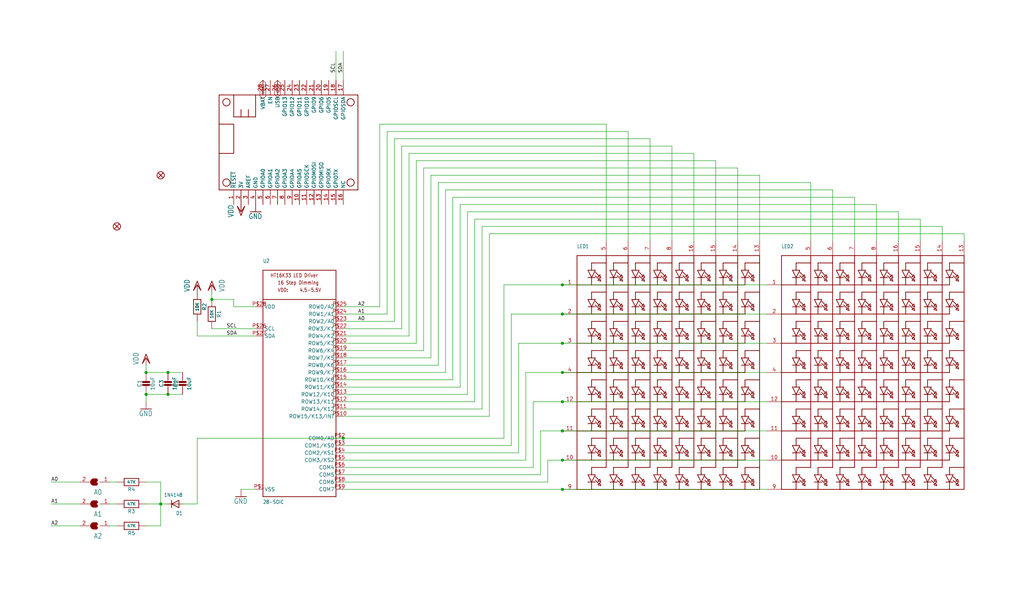
<source format=kicad_sch>
(kicad_sch (version 20230121) (generator eeschema)
  (paper "User" 356.133 210.007)
  (lib_symbols
    (symbol "working-eagle-import:CAP_CERAMIC0805-NOOUTLINE"
      (property "Reference" "C" (at -2.29 1.25 90))
      (symbol "CAP_CERAMIC0805-NOOUTLINE_1_0"
        (pin passive line (at 0 5.08 270) (length 2.54) (name "1") (number "1"))
        (pin passive line (at 0 -2.54 90) (length 2.54) (name "2") (number "2"))
      )
    )
    (symbol "working-eagle-import:DIODESOD-323F"
      (property "Reference" "D" (at -2.54 2.54 0))
      (symbol "DIODESOD-323F_1_0"
        (pin passive line (at -2.54 0 0) (length 2.54) (name "A") (number "A"))
        (pin passive line (at 2.54 0 180) (length 2.54) (name "C") (number "C"))
      )
    )
    (symbol "working-eagle-import:DISP_SEGMENT_8X8_ROWCATHODE"
      (property "Reference" "LED" (at -33.02 45.72 0))
      (symbol "DISP_SEGMENT_8X8_ROWCATHODE_1_0"
        (pin bidirectional line (at -38.1 33.02 0) (length 5.08) (name "K1") (number "1"))
        (pin bidirectional line (at -38.1 -27.94 0) (length 5.08) (name "K7") (number "10"))
        (pin bidirectional line (at -38.1 -17.78 0) (length 5.08) (name "K6") (number "11"))
        (pin bidirectional line (at -38.1 -7.62 0) (length 5.08) (name "K5") (number "12"))
        (pin bidirectional line (at 30.48 48.26 270) (length 5.08) (name "A8") (number "13"))
        (pin bidirectional line (at 22.86 48.26 270) (length 5.08) (name "A7") (number "14"))
        (pin bidirectional line (at 15.24 48.26 270) (length 5.08) (name "A6") (number "15"))
        (pin bidirectional line (at 7.62 48.26 270) (length 5.08) (name "A5") (number "16"))
        (pin bidirectional line (at -38.1 22.86 0) (length 5.08) (name "K2") (number "2"))
        (pin bidirectional line (at -38.1 12.7 0) (length 5.08) (name "K3") (number "3"))
        (pin bidirectional line (at -38.1 2.54 0) (length 5.08) (name "K4") (number "4"))
        (pin bidirectional line (at -22.86 48.26 270) (length 5.08) (name "A1") (number "5"))
        (pin bidirectional line (at -15.24 48.26 270) (length 5.08) (name "A2") (number "6"))
        (pin bidirectional line (at -7.62 48.26 270) (length 5.08) (name "A3") (number "7"))
        (pin bidirectional line (at 0 48.26 270) (length 5.08) (name "A4") (number "8"))
        (pin bidirectional line (at -38.1 -38.1 0) (length 5.08) (name "K8") (number "9"))
      )
    )
    (symbol "working-eagle-import:FEATHERWING"
      (symbol "FEATHERWING_1_0"
        (pin input line (at 5.08 -5.08 90) (length 5.08) (name "~{RESET}") (number "1"))
        (pin bidirectional line (at 27.94 -5.08 90) (length 5.08) (name "GPIOA5") (number "10"))
        (pin bidirectional line (at 30.48 -5.08 90) (length 5.08) (name "GPIOSCK") (number "11"))
        (pin bidirectional line (at 33.02 -5.08 90) (length 5.08) (name "GPIOMOSI") (number "12"))
        (pin bidirectional line (at 35.56 -5.08 90) (length 5.08) (name "GPIOMISO") (number "13"))
        (pin bidirectional line (at 38.1 -5.08 90) (length 5.08) (name "GPIORX") (number "14"))
        (pin bidirectional line (at 40.64 -5.08 90) (length 5.08) (name "GPIOTX") (number "15"))
        (pin passive line (at 43.18 -5.08 90) (length 5.08) (name "NC") (number "16"))
        (pin bidirectional line (at 43.18 38.1 270) (length 5.08) (name "GPIOSDA") (number "17"))
        (pin bidirectional line (at 40.64 38.1 270) (length 5.08) (name "GPIOSCL") (number "18"))
        (pin bidirectional line (at 38.1 38.1 270) (length 5.08) (name "GPIO5") (number "19"))
        (pin power_in line (at 7.62 -5.08 90) (length 5.08) (name "3V") (number "2"))
        (pin bidirectional line (at 35.56 38.1 270) (length 5.08) (name "GPIO6") (number "20"))
        (pin bidirectional line (at 33.02 38.1 270) (length 5.08) (name "GPIO9") (number "21"))
        (pin bidirectional line (at 30.48 38.1 270) (length 5.08) (name "GPIO10") (number "22"))
        (pin bidirectional line (at 27.94 38.1 270) (length 5.08) (name "GPIO11") (number "23"))
        (pin bidirectional line (at 25.4 38.1 270) (length 5.08) (name "GPIO12") (number "24"))
        (pin bidirectional line (at 22.86 38.1 270) (length 5.08) (name "GPIO13") (number "25"))
        (pin power_in line (at 20.32 38.1 270) (length 5.08) (name "USB") (number "26"))
        (pin passive line (at 17.78 38.1 270) (length 5.08) (name "EN") (number "27"))
        (pin power_in line (at 15.24 38.1 270) (length 5.08) (name "VBAT") (number "28"))
        (pin passive line (at 10.16 -5.08 90) (length 5.08) (name "AREF") (number "3"))
        (pin power_in line (at 12.7 -5.08 90) (length 5.08) (name "GND") (number "4"))
        (pin bidirectional line (at 15.24 -5.08 90) (length 5.08) (name "GPIOA0") (number "5"))
        (pin bidirectional line (at 17.78 -5.08 90) (length 5.08) (name "GPIOA1") (number "6"))
        (pin bidirectional line (at 20.32 -5.08 90) (length 5.08) (name "GPIOA2") (number "7"))
        (pin bidirectional line (at 22.86 -5.08 90) (length 5.08) (name "GPIOA3") (number "8"))
        (pin bidirectional line (at 25.4 -5.08 90) (length 5.08) (name "GPIOA4") (number "9"))
      )
    )
    (symbol "working-eagle-import:FIDUCIAL{dblquote}{dblquote}")
    (symbol "working-eagle-import:GND" (power)
      (property "Value" "GND" (at -2.54 -2.54 0))
      (symbol "GND_1_0"
        (pin power_in line (at 0 2.54 270) (length 2.54) (name "GND") (number "1"))
      )
    )
    (symbol "working-eagle-import:HT16K33_SOP28_SKINNY"
      (property "Reference" "U" (at -12.7 40.64 0))
      (symbol "HT16K33_SOP28_SKINNY_1_0"
        (text "16 Step Dimming" (at -7.62 33.02 0) (effects (font (size 1.27 1.0795)) (justify left bottom)))
        (text "4.5-5.5V" (at 0 30.48 0) (effects (font (size 1.27 1.0795)) (justify left bottom)))
        (text "HT16K33 LED Driver" (at -10.16 35.56 0) (effects (font (size 1.27 1.0795)) (justify left bottom)))
        (text "VDD:" (at -7.62 30.48 0) (effects (font (size 1.27 1.0795)) (justify left bottom)))
        (pin bidirectional line (at -15.24 -38.1 0) (length 2.54) (name "VSS") (number "P$1"))
        (pin bidirectional line (at 15.24 -12.7 180) (length 2.54) (name "ROW15/K13/INT") (number "P$10"))
        (pin bidirectional line (at 15.24 -10.16 180) (length 2.54) (name "ROW14/K12") (number "P$11"))
        (pin bidirectional line (at 15.24 -7.62 180) (length 2.54) (name "ROW13/K11") (number "P$12"))
        (pin bidirectional line (at 15.24 -5.08 180) (length 2.54) (name "ROW12/K10") (number "P$13"))
        (pin bidirectional line (at 15.24 -2.54 180) (length 2.54) (name "ROW11/K9") (number "P$14"))
        (pin bidirectional line (at 15.24 0 180) (length 2.54) (name "ROW10/K8") (number "P$15"))
        (pin bidirectional line (at 15.24 2.54 180) (length 2.54) (name "ROW9/K7") (number "P$16"))
        (pin bidirectional line (at 15.24 5.08 180) (length 2.54) (name "ROW8/K6") (number "P$17"))
        (pin bidirectional line (at 15.24 7.62 180) (length 2.54) (name "ROW7/K5") (number "P$18"))
        (pin bidirectional line (at 15.24 10.16 180) (length 2.54) (name "ROW6/K4") (number "P$19"))
        (pin bidirectional line (at 15.24 -20.32 180) (length 2.54) (name "COM0/AD") (number "P$2"))
        (pin bidirectional line (at 15.24 12.7 180) (length 2.54) (name "ROW5/K3") (number "P$20"))
        (pin bidirectional line (at 15.24 15.24 180) (length 2.54) (name "ROW4/K2") (number "P$21"))
        (pin bidirectional line (at 15.24 17.78 180) (length 2.54) (name "ROW3/K1") (number "P$22"))
        (pin bidirectional line (at 15.24 20.32 180) (length 2.54) (name "ROW2/A0") (number "P$23"))
        (pin bidirectional line (at 15.24 22.86 180) (length 2.54) (name "ROW1/A1") (number "P$24"))
        (pin bidirectional line (at 15.24 25.4 180) (length 2.54) (name "ROW0/A2") (number "P$25"))
        (pin bidirectional line (at -15.24 17.78 0) (length 2.54) (name "SCL") (number "P$26"))
        (pin bidirectional line (at -15.24 15.24 0) (length 2.54) (name "SDA") (number "P$27"))
        (pin bidirectional line (at -15.24 25.4 0) (length 2.54) (name "VDD") (number "P$28"))
        (pin bidirectional line (at 15.24 -22.86 180) (length 2.54) (name "COM1/KS0") (number "P$3"))
        (pin bidirectional line (at 15.24 -25.4 180) (length 2.54) (name "COM2/KS1") (number "P$4"))
        (pin bidirectional line (at 15.24 -27.94 180) (length 2.54) (name "COM3/KS2") (number "P$5"))
        (pin bidirectional line (at 15.24 -30.48 180) (length 2.54) (name "COM4") (number "P$6"))
        (pin bidirectional line (at 15.24 -33.02 180) (length 2.54) (name "COM5") (number "P$7"))
        (pin bidirectional line (at 15.24 -35.56 180) (length 2.54) (name "COM6") (number "P$8"))
        (pin bidirectional line (at 15.24 -38.1 180) (length 2.54) (name "COM7") (number "P$9"))
      )
    )
    (symbol "working-eagle-import:RESISTOR0805_NOOUTLINE"
      (property "Reference" "R" (at 0 2.54 0))
      (symbol "RESISTOR0805_NOOUTLINE_1_0"
        (pin passive line (at -5.08 0 0) (length 2.54) (name "1") (number "1"))
        (pin passive line (at 5.08 0 180) (length 2.54) (name "2") (number "2"))
      )
    )
    (symbol "working-eagle-import:SOLDERJUMPERREFLOW_NOPASTE"
      (property "Reference" "SJ" (at -2.54 2.54 0))
      (symbol "SOLDERJUMPERREFLOW_NOPASTE_1_0"
        (pin passive line (at -5.08 0 0) (length 2.54) (name "1") (number "1"))
        (pin passive line (at 5.08 0 180) (length 2.54) (name "2") (number "2"))
      )
    )
    (symbol "working-eagle-import:VDD" (power)
      (property "Value" "VDD" (at -2.54 -2.54 90))
      (symbol "VDD_1_0"
        (pin power_in line (at 0 -2.54 90) (length 2.54) (name "VDD") (number "1"))
      )
    )
  )
  (junction (at 58.42 137.16))
  (junction (at 50.8 137.16))
  (junction (at 195.58 139.7))
  (junction (at 195.58 149.86))
  (junction (at 50.8 129.54))
  (junction (at 195.58 109.22))
  (junction (at 195.58 119.38))
  (junction (at 55.88 175.26))
  (junction (at 195.58 129.54))
  (junction (at 195.58 160.02))
  (junction (at 73.66 104.14))
  (junction (at 119.38 152.4))
  (junction (at 58.42 129.54))
  (junction (at 195.58 99.06))
  (junction (at 195.58 170.18))
  (wire (pts (xy 142.24 116.84) (xy 142.24 53.34)) (stroke (width 0.1524)))
  (wire (pts (xy 195.58 129.54) (xy 266.7 129.54)) (stroke (width 0.1524)))
  (wire (pts (xy 88.9 106.68) (xy 81.28 106.68)) (stroke (width 0.1524)))
  (wire (pts (xy 119.38 132.08) (xy 157.48 132.08)) (stroke (width 0.1524)))
  (wire (pts (xy 175.26 99.06) (xy 175.26 152.4)) (stroke (width 0.1524)))
  (wire (pts (xy 185.42 139.7) (xy 185.42 162.56)) (stroke (width 0.1524)))
  (wire (pts (xy 304.8 71.12) (xy 304.8 83.82)) (stroke (width 0.1524)))
  (wire (pts (xy 187.96 165.1) (xy 119.38 165.1)) (stroke (width 0.1524)))
  (wire (pts (xy 132.08 43.18) (xy 210.82 43.18)) (stroke (width 0.1524)))
  (wire (pts (xy 256.54 58.42) (xy 147.32 58.42)) (stroke (width 0.1524)))
  (wire (pts (xy 170.18 144.78) (xy 170.18 81.28)) (stroke (width 0.1524)))
  (wire (pts (xy 119.38 121.92) (xy 147.32 121.92)) (stroke (width 0.1524)))
  (wire (pts (xy 88.9 114.3) (xy 73.66 114.3)) (stroke (width 0.1524)))
  (wire (pts (xy 119.38 27.94) (xy 119.38 17.78)) (stroke (width 0.1524)))
  (wire (pts (xy 119.38 114.3) (xy 139.7 114.3)) (stroke (width 0.1524)))
  (wire (pts (xy 167.64 78.74) (xy 327.66 78.74)) (stroke (width 0.1524)))
  (wire (pts (xy 248.92 55.88) (xy 248.92 83.82)) (stroke (width 0.1524)))
  (wire (pts (xy 83.82 170.18) (xy 88.9 170.18)) (stroke (width 0.1524)))
  (wire (pts (xy 154.94 129.54) (xy 154.94 66.04)) (stroke (width 0.1524)))
  (wire (pts (xy 289.56 66.04) (xy 289.56 83.82)) (stroke (width 0.1524)))
  (wire (pts (xy 167.64 142.24) (xy 167.64 78.74)) (stroke (width 0.1524)))
  (wire (pts (xy 226.06 48.26) (xy 137.16 48.26)) (stroke (width 0.1524)))
  (wire (pts (xy 119.38 116.84) (xy 142.24 116.84)) (stroke (width 0.1524)))
  (wire (pts (xy 134.62 109.22) (xy 134.62 45.72)) (stroke (width 0.1524)))
  (wire (pts (xy 137.16 111.76) (xy 137.16 48.26)) (stroke (width 0.1524)))
  (wire (pts (xy 119.38 144.78) (xy 170.18 144.78)) (stroke (width 0.1524)))
  (wire (pts (xy 335.28 81.28) (xy 170.18 81.28)) (stroke (width 0.1524)))
  (wire (pts (xy 154.94 66.04) (xy 289.56 66.04)) (stroke (width 0.1524)))
  (wire (pts (xy 195.58 129.54) (xy 182.88 129.54)) (stroke (width 0.1524)))
  (wire (pts (xy 149.86 60.96) (xy 264.16 60.96)) (stroke (width 0.1524)))
  (wire (pts (xy 119.38 160.02) (xy 182.88 160.02)) (stroke (width 0.1524)))
  (wire (pts (xy 241.3 83.82) (xy 241.3 53.34)) (stroke (width 0.1524)))
  (wire (pts (xy 195.58 109.22) (xy 266.7 109.22)) (stroke (width 0.1524)))
  (wire (pts (xy 119.38 109.22) (xy 134.62 109.22)) (stroke (width 0.1524)))
  (wire (pts (xy 177.8 109.22) (xy 177.8 154.94)) (stroke (width 0.1524)))
  (wire (pts (xy 68.58 175.26) (xy 63.5 175.26)) (stroke (width 0.1524)))
  (wire (pts (xy 162.56 137.16) (xy 162.56 73.66)) (stroke (width 0.1524)))
  (wire (pts (xy 218.44 45.72) (xy 218.44 83.82)) (stroke (width 0.1524)))
  (wire (pts (xy 195.58 160.02) (xy 190.5 160.02)) (stroke (width 0.1524)))
  (wire (pts (xy 50.8 127) (xy 50.8 129.54)) (stroke (width 0.1524)))
  (wire (pts (xy 58.42 137.16) (xy 50.8 137.16)) (stroke (width 0.1524)))
  (wire (pts (xy 119.38 134.62) (xy 160.02 134.62)) (stroke (width 0.1524)))
  (wire (pts (xy 195.58 160.02) (xy 266.7 160.02)) (stroke (width 0.1524)))
  (wire (pts (xy 119.38 157.48) (xy 180.34 157.48)) (stroke (width 0.1524)))
  (wire (pts (xy 195.58 99.06) (xy 266.7 99.06)) (stroke (width 0.1524)))
  (wire (pts (xy 38.1 182.88) (xy 40.64 182.88)) (stroke (width 0.1524)))
  (wire (pts (xy 81.28 104.14) (xy 73.66 104.14)) (stroke (width 0.1524)))
  (wire (pts (xy 119.38 137.16) (xy 162.56 137.16)) (stroke (width 0.1524)))
  (wire (pts (xy 180.34 119.38) (xy 180.34 157.48)) (stroke (width 0.1524)))
  (wire (pts (xy 63.5 137.16) (xy 58.42 137.16)) (stroke (width 0.1524)))
  (wire (pts (xy 119.38 124.46) (xy 149.86 124.46)) (stroke (width 0.1524)))
  (wire (pts (xy 157.48 132.08) (xy 157.48 68.58)) (stroke (width 0.1524)))
  (wire (pts (xy 160.02 134.62) (xy 160.02 71.12)) (stroke (width 0.1524)))
  (wire (pts (xy 185.42 162.56) (xy 119.38 162.56)) (stroke (width 0.1524)))
  (wire (pts (xy 88.9 116.84) (xy 68.58 116.84)) (stroke (width 0.1524)))
  (wire (pts (xy 195.58 119.38) (xy 180.34 119.38)) (stroke (width 0.1524)))
  (wire (pts (xy 139.7 50.8) (xy 233.68 50.8)) (stroke (width 0.1524)))
  (wire (pts (xy 68.58 152.4) (xy 68.58 175.26)) (stroke (width 0.1524)))
  (wire (pts (xy 55.88 167.64) (xy 50.8 167.64)) (stroke (width 0.1524)))
  (wire (pts (xy 119.38 152.4) (xy 175.26 152.4)) (stroke (width 0.1524)))
  (wire (pts (xy 119.38 152.4) (xy 68.58 152.4)) (stroke (width 0.1524)))
  (wire (pts (xy 27.94 167.64) (xy 17.78 167.64)) (stroke (width 0.1524)))
  (wire (pts (xy 312.42 73.66) (xy 162.56 73.66)) (stroke (width 0.1524)))
  (wire (pts (xy 187.96 149.86) (xy 187.96 165.1)) (stroke (width 0.1524)))
  (wire (pts (xy 165.1 139.7) (xy 165.1 76.2)) (stroke (width 0.1524)))
  (wire (pts (xy 119.38 129.54) (xy 154.94 129.54)) (stroke (width 0.1524)))
  (wire (pts (xy 55.88 182.88) (xy 55.88 175.26)) (stroke (width 0.1524)))
  (wire (pts (xy 190.5 160.02) (xy 190.5 167.64)) (stroke (width 0.1524)))
  (wire (pts (xy 55.88 175.26) (xy 58.42 175.26)) (stroke (width 0.1524)))
  (wire (pts (xy 195.58 139.7) (xy 185.42 139.7)) (stroke (width 0.1524)))
  (wire (pts (xy 226.06 83.82) (xy 226.06 48.26)) (stroke (width 0.1524)))
  (wire (pts (xy 281.94 83.82) (xy 281.94 63.5)) (stroke (width 0.1524)))
  (wire (pts (xy 116.84 17.78) (xy 116.84 27.94)) (stroke (width 0.1524)))
  (wire (pts (xy 149.86 124.46) (xy 149.86 60.96)) (stroke (width 0.1524)))
  (wire (pts (xy 177.8 154.94) (xy 119.38 154.94)) (stroke (width 0.1524)))
  (wire (pts (xy 40.64 175.26) (xy 38.1 175.26)) (stroke (width 0.1524)))
  (wire (pts (xy 241.3 53.34) (xy 142.24 53.34)) (stroke (width 0.1524)))
  (wire (pts (xy 17.78 175.26) (xy 27.94 175.26)) (stroke (width 0.1524)))
  (wire (pts (xy 119.38 142.24) (xy 167.64 142.24)) (stroke (width 0.1524)))
  (wire (pts (xy 50.8 139.7) (xy 50.8 137.16)) (stroke (width 0.1524)))
  (wire (pts (xy 119.38 127) (xy 152.4 127)) (stroke (width 0.1524)))
  (wire (pts (xy 55.88 175.26) (xy 55.88 167.64)) (stroke (width 0.1524)))
  (wire (pts (xy 50.8 175.26) (xy 55.88 175.26)) (stroke (width 0.1524)))
  (wire (pts (xy 160.02 71.12) (xy 304.8 71.12)) (stroke (width 0.1524)))
  (wire (pts (xy 119.38 170.18) (xy 195.58 170.18)) (stroke (width 0.1524)))
  (wire (pts (xy 144.78 55.88) (xy 248.92 55.88)) (stroke (width 0.1524)))
  (wire (pts (xy 195.58 149.86) (xy 187.96 149.86)) (stroke (width 0.1524)))
  (wire (pts (xy 119.38 119.38) (xy 144.78 119.38)) (stroke (width 0.1524)))
  (wire (pts (xy 195.58 149.86) (xy 266.7 149.86)) (stroke (width 0.1524)))
  (wire (pts (xy 119.38 139.7) (xy 165.1 139.7)) (stroke (width 0.1524)))
  (wire (pts (xy 312.42 83.82) (xy 312.42 73.66)) (stroke (width 0.1524)))
  (wire (pts (xy 233.68 50.8) (xy 233.68 83.82)) (stroke (width 0.1524)))
  (wire (pts (xy 182.88 129.54) (xy 182.88 160.02)) (stroke (width 0.1524)))
  (wire (pts (xy 27.94 182.88) (xy 17.78 182.88)) (stroke (width 0.1524)))
  (wire (pts (xy 165.1 76.2) (xy 320.04 76.2)) (stroke (width 0.1524)))
  (wire (pts (xy 68.58 116.84) (xy 68.58 111.76)) (stroke (width 0.1524)))
  (wire (pts (xy 73.66 101.6) (xy 73.66 104.14)) (stroke (width 0.1524)))
  (wire (pts (xy 297.18 68.58) (xy 157.48 68.58)) (stroke (width 0.1524)))
  (wire (pts (xy 297.18 83.82) (xy 297.18 68.58)) (stroke (width 0.1524)))
  (wire (pts (xy 256.54 83.82) (xy 256.54 58.42)) (stroke (width 0.1524)))
  (wire (pts (xy 50.8 129.54) (xy 58.42 129.54)) (stroke (width 0.1524)))
  (wire (pts (xy 195.58 170.18) (xy 266.7 170.18)) (stroke (width 0.1524)))
  (wire (pts (xy 327.66 83.82) (xy 327.66 78.74)) (stroke (width 0.1524)))
  (wire (pts (xy 58.42 129.54) (xy 63.5 129.54)) (stroke (width 0.1524)))
  (wire (pts (xy 195.58 99.06) (xy 175.26 99.06)) (stroke (width 0.1524)))
  (wire (pts (xy 190.5 167.64) (xy 119.38 167.64)) (stroke (width 0.1524)))
  (wire (pts (xy 264.16 60.96) (xy 264.16 83.82)) (stroke (width 0.1524)))
  (wire (pts (xy 335.28 83.82) (xy 335.28 81.28)) (stroke (width 0.1524)))
  (wire (pts (xy 195.58 109.22) (xy 177.8 109.22)) (stroke (width 0.1524)))
  (wire (pts (xy 119.38 111.76) (xy 137.16 111.76)) (stroke (width 0.1524)))
  (wire (pts (xy 144.78 119.38) (xy 144.78 55.88)) (stroke (width 0.1524)))
  (wire (pts (xy 81.28 106.68) (xy 81.28 104.14)) (stroke (width 0.1524)))
  (wire (pts (xy 195.58 139.7) (xy 266.7 139.7)) (stroke (width 0.1524)))
  (wire (pts (xy 50.8 182.88) (xy 55.88 182.88)) (stroke (width 0.1524)))
  (wire (pts (xy 139.7 114.3) (xy 139.7 50.8)) (stroke (width 0.1524)))
  (wire (pts (xy 134.62 45.72) (xy 218.44 45.72)) (stroke (width 0.1524)))
  (wire (pts (xy 195.58 119.38) (xy 266.7 119.38)) (stroke (width 0.1524)))
  (wire (pts (xy 40.64 167.64) (xy 38.1 167.64)) (stroke (width 0.1524)))
  (wire (pts (xy 152.4 127) (xy 152.4 63.5)) (stroke (width 0.1524)))
  (wire (pts (xy 320.04 76.2) (xy 320.04 83.82)) (stroke (width 0.1524)))
  (wire (pts (xy 119.38 106.68) (xy 132.08 106.68)) (stroke (width 0.1524)))
  (wire (pts (xy 147.32 121.92) (xy 147.32 58.42)) (stroke (width 0.1524)))
  (wire (pts (xy 132.08 106.68) (xy 132.08 43.18)) (stroke (width 0.1524)))
  (wire (pts (xy 281.94 63.5) (xy 152.4 63.5)) (stroke (width 0.1524)))
  (wire (pts (xy 210.82 43.18) (xy 210.82 83.82)) (stroke (width 0.1524)))
  (label "SDA" (at 78.74 116.84 0) (effects (font (size 1.2446 1.2446))))
  (label "SCL" (at 116.84 25.4 90) (effects (font (size 1.2446 1.2446))))
  (label "A1" (at 17.78 175.26 0) (effects (font (size 1.2446 1.2446))))
  (label "A1" (at 124.46 109.22 0) (effects (font (size 1.2446 1.2446))))
  (label "SCL" (at 78.74 114.3 0) (effects (font (size 1.2446 1.2446))))
  (label "A0" (at 17.78 167.64 0) (effects (font (size 1.2446 1.2446))))
  (label "SDA" (at 119.38 25.4 90) (effects (font (size 1.2446 1.2446))))
  (label "A2" (at 124.46 106.68 0) (effects (font (size 1.2446 1.2446))))
  (label "A0" (at 124.46 111.76 0) (effects (font (size 1.2446 1.2446))))
  (label "A2" (at 17.78 182.88 0) (effects (font (size 1.2446 1.2446))))
  (global_label "USB" (shape bidirectional) (at 96.52 27.94 270) (effects (font (size 1.016 1.016))) (property "Intersheetrefs" "${INTERSHEET_REFS}" (effects hide)))
  (global_label "VBAT" (shape bidirectional) (at 91.44 27.94 270) (effects (font (size 1.016 1.016))) (property "Intersheetrefs" "${INTERSHEET_REFS}" (effects hide)))
  (symbol (lib_id "working-eagle-import:FIDUCIAL{dblquote}{dblquote}") (at 40.64 78.74 0) (unit 1)
    (property "Reference" "FID2" (effects hide))
    (property "Value" "FIDUCIAL{dblquote}{dblquote}" (effects hide))
    (property "Footprint" "working:FIDUCIAL_1MM" (effects hide))
  )
  (symbol (lib_id "working-eagle-import:RESISTOR0805_NOOUTLINE") (at 45.72 182.88 180) (unit 1)
    (property "Reference" "R5" (at 45.72 185.42 0))
    (property "Value" "47K" (at 45.72 182.88 0) (effects (font (size 1.016 1.016) bold)))
    (property "Footprint" "working:0805-NO" (effects hide))
  )
  (symbol (lib_id "working-eagle-import:DIODESOD-323F") (at 60.96 175.26 180) (unit 1)
    (property "Reference" "D1" (at 63.5 177.8 0) (effects (font (size 1.27 1.0795)) (justify left bottom)))
    (property "Value" "1N4148" (at 63.5 171.45 0) (effects (font (size 1.27 1.0795)) (justify left bottom)))
    (property "Footprint" "working:SOD-323F" (effects hide))
  )
  (symbol (lib_id "working-eagle-import:SOLDERJUMPERREFLOW_NOPASTE") (at 33.02 175.26 180) (unit 1)
    (property "Reference" "A1" (at 35.56 177.8 0) (effects (font (size 1.778 1.5113)) (justify left bottom)))
    (property "Value" "SOLDERJUMPERREFLOW_NOPASTE" (effects hide))
    (property "Footprint" "working:SOLDERJUMPER_REFLOW_NOPASTE" (effects hide))
  )
  (symbol (lib_id "working-eagle-import:FEATHERWING") (at 76.2 66.04 0) (unit 1)
    (property "Reference" "MS1" (effects hide))
    (property "Value" "FEATHERWING" (effects hide))
    (property "Footprint" "working:FEATHERWING" (effects hide))
  )
  (symbol (lib_id "working-eagle-import:VDD") (at 83.82 73.66 0) (mirror x) (unit 1)
    (property "Reference" "#VDD3" (effects hide))
    (property "Value" "VDD" (at 81.28 71.12 90) (effects (font (size 1.778 1.5113)) (justify left bottom)))
  )
  (symbol (lib_id "working-eagle-import:DISP_SEGMENT_8X8_ROWCATHODE") (at 233.68 132.08 0) (unit 1)
    (property "Reference" "LED1" (at 200.66 86.36 0) (effects (font (size 1.27 1.0795)) (justify left bottom)))
    (property "Value" "DISP_SEGMENT_8X8_ROWCATHODE" (effects hide))
    (property "Footprint" "working:SEGMENT_BL-M07C881UR" (effects hide))
  )
  (symbol (lib_id "working-eagle-import:CAP_CERAMIC0805-NOOUTLINE") (at 58.42 134.62 0) (unit 1)
    (property "Reference" "C3" (at 56.13 133.37 90))
    (property "Value" "10uF" (at 60.72 133.37 90))
    (property "Footprint" "working:0805-NO" (effects hide))
  )
  (symbol (lib_id "working-eagle-import:CAP_CERAMIC0805-NOOUTLINE") (at 63.5 134.62 0) (unit 1)
    (property "Reference" "C2" (at 61.21 133.37 90))
    (property "Value" "10uF" (at 65.8 133.37 90))
    (property "Footprint" "working:0805-NO" (effects hide))
  )
  (symbol (lib_id "working-eagle-import:VDD") (at 50.8 124.46 0) (unit 1)
    (property "Reference" "#VDD5" (effects hide))
    (property "Value" "VDD" (at 48.26 127 90) (effects (font (size 1.778 1.5113)) (justify left bottom)))
  )
  (symbol (lib_id "working-eagle-import:RESISTOR0805_NOOUTLINE") (at 45.72 167.64 180) (unit 1)
    (property "Reference" "R4" (at 45.72 170.18 0))
    (property "Value" "47K" (at 45.72 167.64 0) (effects (font (size 1.016 1.016) bold)))
    (property "Footprint" "working:0805-NO" (effects hide))
  )
  (symbol (lib_id "working-eagle-import:GND") (at 83.82 172.72 0) (unit 1)
    (property "Reference" "#GND1" (effects hide))
    (property "Value" "GND" (at 81.28 175.26 0) (effects (font (size 1.778 1.5113)) (justify left bottom)))
  )
  (symbol (lib_id "working-eagle-import:CAP_CERAMIC0805-NOOUTLINE") (at 50.8 134.62 0) (unit 1)
    (property "Reference" "C1" (at 48.51 133.37 90))
    (property "Value" "10uF" (at 53.1 133.37 90))
    (property "Footprint" "working:0805-NO" (effects hide))
  )
  (symbol (lib_id "working-eagle-import:VDD") (at 68.58 99.06 0) (unit 1)
    (property "Reference" "#VDD1" (effects hide))
    (property "Value" "VDD" (at 66.04 101.6 90) (effects (font (size 1.778 1.5113)) (justify left bottom)))
  )
  (symbol (lib_id "working-eagle-import:VDD") (at 73.66 99.06 0) (mirror y) (unit 1)
    (property "Reference" "#VDD2" (effects hide))
    (property "Value" "VDD" (at 76.2 101.6 90) (effects (font (size 1.778 1.5113)) (justify left bottom)))
  )
  (symbol (lib_id "working-eagle-import:FIDUCIAL{dblquote}{dblquote}") (at 55.88 60.96 0) (unit 1)
    (property "Reference" "FID1" (effects hide))
    (property "Value" "FIDUCIAL{dblquote}{dblquote}" (effects hide))
    (property "Footprint" "working:FIDUCIAL_1MM" (effects hide))
  )
  (symbol (lib_id "working-eagle-import:GND") (at 88.9 73.66 0) (unit 1)
    (property "Reference" "#GND2" (effects hide))
    (property "Value" "GND" (at 86.36 76.2 0) (effects (font (size 1.778 1.5113)) (justify left bottom)))
  )
  (symbol (lib_id "working-eagle-import:HT16K33_SOP28_SKINNY") (at 104.14 132.08 0) (unit 1)
    (property "Reference" "U2" (at 91.44 91.44 0) (effects (font (size 1.27 1.0795)) (justify left bottom)))
    (property "Value" "28-SOIC" (at 91.44 175.26 0) (effects (font (size 1.27 1.0795)) (justify left bottom)))
    (property "Footprint" "working:SOP28_300MIL_SKINNY" (effects hide))
  )
  (symbol (lib_id "working-eagle-import:GND") (at 50.8 142.24 0) (unit 1)
    (property "Reference" "#GND3" (effects hide))
    (property "Value" "GND" (at 48.26 144.78 0) (effects (font (size 1.778 1.5113)) (justify left bottom)))
  )
  (symbol (lib_id "working-eagle-import:SOLDERJUMPERREFLOW_NOPASTE") (at 33.02 182.88 180) (unit 1)
    (property "Reference" "A2" (at 35.56 185.42 0) (effects (font (size 1.778 1.5113)) (justify left bottom)))
    (property "Value" "SOLDERJUMPERREFLOW_NOPASTE" (effects hide))
    (property "Footprint" "working:SOLDERJUMPER_REFLOW_NOPASTE" (effects hide))
  )
  (symbol (lib_id "working-eagle-import:SOLDERJUMPERREFLOW_NOPASTE") (at 33.02 167.64 180) (unit 1)
    (property "Reference" "A0" (at 35.56 170.18 0) (effects (font (size 1.778 1.5113)) (justify left bottom)))
    (property "Value" "SOLDERJUMPERREFLOW_NOPASTE" (effects hide))
    (property "Footprint" "working:SOLDERJUMPER_REFLOW_NOPASTE" (effects hide))
  )
  (symbol (lib_id "working-eagle-import:RESISTOR0805_NOOUTLINE") (at 45.72 175.26 180) (unit 1)
    (property "Reference" "R3" (at 45.72 177.8 0))
    (property "Value" "47K" (at 45.72 175.26 0) (effects (font (size 1.016 1.016) bold)))
    (property "Footprint" "working:0805-NO" (effects hide))
  )
  (symbol (lib_id "working-eagle-import:RESISTOR0805_NOOUTLINE") (at 73.66 109.22 270) (unit 1)
    (property "Reference" "R1" (at 76.2 109.22 0))
    (property "Value" "10K" (at 73.66 109.22 0) (effects (font (size 1.016 1.016) bold)))
    (property "Footprint" "working:0805-NO" (effects hide))
  )
  (symbol (lib_id "working-eagle-import:RESISTOR0805_NOOUTLINE") (at 68.58 106.68 270) (unit 1)
    (property "Reference" "R2" (at 71.12 106.68 0))
    (property "Value" "10K" (at 68.58 106.68 0) (effects (font (size 1.016 1.016) bold)))
    (property "Footprint" "working:0805-NO" (effects hide))
  )
  (symbol (lib_id "working-eagle-import:DISP_SEGMENT_8X8_ROWCATHODE") (at 304.8 132.08 0) (unit 1)
    (property "Reference" "LED2" (at 271.78 86.36 0) (effects (font (size 1.27 1.0795)) (justify left bottom)))
    (property "Value" "DISP_SEGMENT_8X8_ROWCATHODE" (effects hide))
    (property "Footprint" "working:SEGMENT_BL-M07C881UR" (effects hide))
  )
)
</source>
